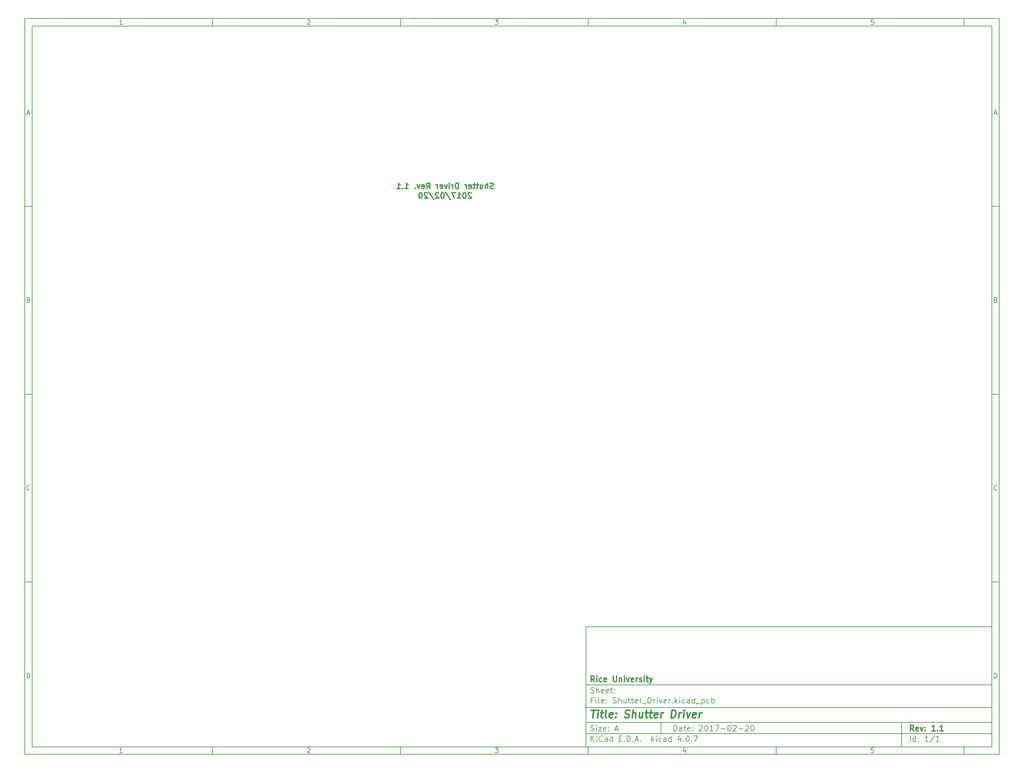
<source format=gbo>
%TF.GenerationSoftware,KiCad,Pcbnew,4.0.7*%
%TF.CreationDate,2018-02-11T16:58:38-06:00*%
%TF.ProjectId,Shutter_Driver,536875747465725F4472697665722E6B,1.1*%
%TF.FileFunction,Legend,Bot*%
%FSLAX46Y46*%
G04 Gerber Fmt 4.6, Leading zero omitted, Abs format (unit mm)*
G04 Created by KiCad (PCBNEW 4.0.7) date 02/11/18 16:58:38*
%MOMM*%
%LPD*%
G01*
G04 APERTURE LIST*
%ADD10C,0.100000*%
%ADD11C,0.150000*%
%ADD12C,0.300000*%
%ADD13C,0.400000*%
%ADD14O,2.200860X3.900120*%
%ADD15R,2.100000X2.100000*%
%ADD16O,2.100000X2.100000*%
%ADD17O,2.178000X3.448000*%
%ADD18C,3.900120*%
%ADD19O,2.000200X2.899360*%
%ADD20C,2.000000*%
%ADD21R,2.800000X2.800000*%
%ADD22C,2.800000*%
%ADD23R,2.000000X2.000000*%
%ADD24R,2.600000X2.600000*%
%ADD25O,2.600000X2.600000*%
%ADD26O,2.000000X2.000000*%
%ADD27O,2.800000X2.800000*%
%ADD28R,2.000000X2.800000*%
%ADD29O,2.000000X2.800000*%
%ADD30R,2.800000X2.000000*%
%ADD31O,2.800000X2.000000*%
G04 APERTURE END LIST*
D10*
D11*
X159400000Y-171900000D02*
X159400000Y-203900000D01*
X267400000Y-203900000D01*
X267400000Y-171900000D01*
X159400000Y-171900000D01*
D10*
D11*
X10000000Y-10000000D02*
X10000000Y-205900000D01*
X269400000Y-205900000D01*
X269400000Y-10000000D01*
X10000000Y-10000000D01*
D10*
D11*
X12000000Y-12000000D02*
X12000000Y-203900000D01*
X267400000Y-203900000D01*
X267400000Y-12000000D01*
X12000000Y-12000000D01*
D10*
D11*
X60000000Y-12000000D02*
X60000000Y-10000000D01*
D10*
D11*
X110000000Y-12000000D02*
X110000000Y-10000000D01*
D10*
D11*
X160000000Y-12000000D02*
X160000000Y-10000000D01*
D10*
D11*
X210000000Y-12000000D02*
X210000000Y-10000000D01*
D10*
D11*
X260000000Y-12000000D02*
X260000000Y-10000000D01*
D10*
D11*
X35990476Y-11588095D02*
X35247619Y-11588095D01*
X35619048Y-11588095D02*
X35619048Y-10288095D01*
X35495238Y-10473810D01*
X35371429Y-10597619D01*
X35247619Y-10659524D01*
D10*
D11*
X85247619Y-10411905D02*
X85309524Y-10350000D01*
X85433333Y-10288095D01*
X85742857Y-10288095D01*
X85866667Y-10350000D01*
X85928571Y-10411905D01*
X85990476Y-10535714D01*
X85990476Y-10659524D01*
X85928571Y-10845238D01*
X85185714Y-11588095D01*
X85990476Y-11588095D01*
D10*
D11*
X135185714Y-10288095D02*
X135990476Y-10288095D01*
X135557143Y-10783333D01*
X135742857Y-10783333D01*
X135866667Y-10845238D01*
X135928571Y-10907143D01*
X135990476Y-11030952D01*
X135990476Y-11340476D01*
X135928571Y-11464286D01*
X135866667Y-11526190D01*
X135742857Y-11588095D01*
X135371429Y-11588095D01*
X135247619Y-11526190D01*
X135185714Y-11464286D01*
D10*
D11*
X185866667Y-10721429D02*
X185866667Y-11588095D01*
X185557143Y-10226190D02*
X185247619Y-11154762D01*
X186052381Y-11154762D01*
D10*
D11*
X235928571Y-10288095D02*
X235309524Y-10288095D01*
X235247619Y-10907143D01*
X235309524Y-10845238D01*
X235433333Y-10783333D01*
X235742857Y-10783333D01*
X235866667Y-10845238D01*
X235928571Y-10907143D01*
X235990476Y-11030952D01*
X235990476Y-11340476D01*
X235928571Y-11464286D01*
X235866667Y-11526190D01*
X235742857Y-11588095D01*
X235433333Y-11588095D01*
X235309524Y-11526190D01*
X235247619Y-11464286D01*
D10*
D11*
X60000000Y-203900000D02*
X60000000Y-205900000D01*
D10*
D11*
X110000000Y-203900000D02*
X110000000Y-205900000D01*
D10*
D11*
X160000000Y-203900000D02*
X160000000Y-205900000D01*
D10*
D11*
X210000000Y-203900000D02*
X210000000Y-205900000D01*
D10*
D11*
X260000000Y-203900000D02*
X260000000Y-205900000D01*
D10*
D11*
X35990476Y-205488095D02*
X35247619Y-205488095D01*
X35619048Y-205488095D02*
X35619048Y-204188095D01*
X35495238Y-204373810D01*
X35371429Y-204497619D01*
X35247619Y-204559524D01*
D10*
D11*
X85247619Y-204311905D02*
X85309524Y-204250000D01*
X85433333Y-204188095D01*
X85742857Y-204188095D01*
X85866667Y-204250000D01*
X85928571Y-204311905D01*
X85990476Y-204435714D01*
X85990476Y-204559524D01*
X85928571Y-204745238D01*
X85185714Y-205488095D01*
X85990476Y-205488095D01*
D10*
D11*
X135185714Y-204188095D02*
X135990476Y-204188095D01*
X135557143Y-204683333D01*
X135742857Y-204683333D01*
X135866667Y-204745238D01*
X135928571Y-204807143D01*
X135990476Y-204930952D01*
X135990476Y-205240476D01*
X135928571Y-205364286D01*
X135866667Y-205426190D01*
X135742857Y-205488095D01*
X135371429Y-205488095D01*
X135247619Y-205426190D01*
X135185714Y-205364286D01*
D10*
D11*
X185866667Y-204621429D02*
X185866667Y-205488095D01*
X185557143Y-204126190D02*
X185247619Y-205054762D01*
X186052381Y-205054762D01*
D10*
D11*
X235928571Y-204188095D02*
X235309524Y-204188095D01*
X235247619Y-204807143D01*
X235309524Y-204745238D01*
X235433333Y-204683333D01*
X235742857Y-204683333D01*
X235866667Y-204745238D01*
X235928571Y-204807143D01*
X235990476Y-204930952D01*
X235990476Y-205240476D01*
X235928571Y-205364286D01*
X235866667Y-205426190D01*
X235742857Y-205488095D01*
X235433333Y-205488095D01*
X235309524Y-205426190D01*
X235247619Y-205364286D01*
D10*
D11*
X10000000Y-60000000D02*
X12000000Y-60000000D01*
D10*
D11*
X10000000Y-110000000D02*
X12000000Y-110000000D01*
D10*
D11*
X10000000Y-160000000D02*
X12000000Y-160000000D01*
D10*
D11*
X10690476Y-35216667D02*
X11309524Y-35216667D01*
X10566667Y-35588095D02*
X11000000Y-34288095D01*
X11433333Y-35588095D01*
D10*
D11*
X11092857Y-84907143D02*
X11278571Y-84969048D01*
X11340476Y-85030952D01*
X11402381Y-85154762D01*
X11402381Y-85340476D01*
X11340476Y-85464286D01*
X11278571Y-85526190D01*
X11154762Y-85588095D01*
X10659524Y-85588095D01*
X10659524Y-84288095D01*
X11092857Y-84288095D01*
X11216667Y-84350000D01*
X11278571Y-84411905D01*
X11340476Y-84535714D01*
X11340476Y-84659524D01*
X11278571Y-84783333D01*
X11216667Y-84845238D01*
X11092857Y-84907143D01*
X10659524Y-84907143D01*
D10*
D11*
X11402381Y-135464286D02*
X11340476Y-135526190D01*
X11154762Y-135588095D01*
X11030952Y-135588095D01*
X10845238Y-135526190D01*
X10721429Y-135402381D01*
X10659524Y-135278571D01*
X10597619Y-135030952D01*
X10597619Y-134845238D01*
X10659524Y-134597619D01*
X10721429Y-134473810D01*
X10845238Y-134350000D01*
X11030952Y-134288095D01*
X11154762Y-134288095D01*
X11340476Y-134350000D01*
X11402381Y-134411905D01*
D10*
D11*
X10659524Y-185588095D02*
X10659524Y-184288095D01*
X10969048Y-184288095D01*
X11154762Y-184350000D01*
X11278571Y-184473810D01*
X11340476Y-184597619D01*
X11402381Y-184845238D01*
X11402381Y-185030952D01*
X11340476Y-185278571D01*
X11278571Y-185402381D01*
X11154762Y-185526190D01*
X10969048Y-185588095D01*
X10659524Y-185588095D01*
D10*
D11*
X269400000Y-60000000D02*
X267400000Y-60000000D01*
D10*
D11*
X269400000Y-110000000D02*
X267400000Y-110000000D01*
D10*
D11*
X269400000Y-160000000D02*
X267400000Y-160000000D01*
D10*
D11*
X268090476Y-35216667D02*
X268709524Y-35216667D01*
X267966667Y-35588095D02*
X268400000Y-34288095D01*
X268833333Y-35588095D01*
D10*
D11*
X268492857Y-84907143D02*
X268678571Y-84969048D01*
X268740476Y-85030952D01*
X268802381Y-85154762D01*
X268802381Y-85340476D01*
X268740476Y-85464286D01*
X268678571Y-85526190D01*
X268554762Y-85588095D01*
X268059524Y-85588095D01*
X268059524Y-84288095D01*
X268492857Y-84288095D01*
X268616667Y-84350000D01*
X268678571Y-84411905D01*
X268740476Y-84535714D01*
X268740476Y-84659524D01*
X268678571Y-84783333D01*
X268616667Y-84845238D01*
X268492857Y-84907143D01*
X268059524Y-84907143D01*
D10*
D11*
X268802381Y-135464286D02*
X268740476Y-135526190D01*
X268554762Y-135588095D01*
X268430952Y-135588095D01*
X268245238Y-135526190D01*
X268121429Y-135402381D01*
X268059524Y-135278571D01*
X267997619Y-135030952D01*
X267997619Y-134845238D01*
X268059524Y-134597619D01*
X268121429Y-134473810D01*
X268245238Y-134350000D01*
X268430952Y-134288095D01*
X268554762Y-134288095D01*
X268740476Y-134350000D01*
X268802381Y-134411905D01*
D10*
D11*
X268059524Y-185588095D02*
X268059524Y-184288095D01*
X268369048Y-184288095D01*
X268554762Y-184350000D01*
X268678571Y-184473810D01*
X268740476Y-184597619D01*
X268802381Y-184845238D01*
X268802381Y-185030952D01*
X268740476Y-185278571D01*
X268678571Y-185402381D01*
X268554762Y-185526190D01*
X268369048Y-185588095D01*
X268059524Y-185588095D01*
D10*
D11*
X182757143Y-199678571D02*
X182757143Y-198178571D01*
X183114286Y-198178571D01*
X183328571Y-198250000D01*
X183471429Y-198392857D01*
X183542857Y-198535714D01*
X183614286Y-198821429D01*
X183614286Y-199035714D01*
X183542857Y-199321429D01*
X183471429Y-199464286D01*
X183328571Y-199607143D01*
X183114286Y-199678571D01*
X182757143Y-199678571D01*
X184900000Y-199678571D02*
X184900000Y-198892857D01*
X184828571Y-198750000D01*
X184685714Y-198678571D01*
X184400000Y-198678571D01*
X184257143Y-198750000D01*
X184900000Y-199607143D02*
X184757143Y-199678571D01*
X184400000Y-199678571D01*
X184257143Y-199607143D01*
X184185714Y-199464286D01*
X184185714Y-199321429D01*
X184257143Y-199178571D01*
X184400000Y-199107143D01*
X184757143Y-199107143D01*
X184900000Y-199035714D01*
X185400000Y-198678571D02*
X185971429Y-198678571D01*
X185614286Y-198178571D02*
X185614286Y-199464286D01*
X185685714Y-199607143D01*
X185828572Y-199678571D01*
X185971429Y-199678571D01*
X187042857Y-199607143D02*
X186900000Y-199678571D01*
X186614286Y-199678571D01*
X186471429Y-199607143D01*
X186400000Y-199464286D01*
X186400000Y-198892857D01*
X186471429Y-198750000D01*
X186614286Y-198678571D01*
X186900000Y-198678571D01*
X187042857Y-198750000D01*
X187114286Y-198892857D01*
X187114286Y-199035714D01*
X186400000Y-199178571D01*
X187757143Y-199535714D02*
X187828571Y-199607143D01*
X187757143Y-199678571D01*
X187685714Y-199607143D01*
X187757143Y-199535714D01*
X187757143Y-199678571D01*
X187757143Y-198750000D02*
X187828571Y-198821429D01*
X187757143Y-198892857D01*
X187685714Y-198821429D01*
X187757143Y-198750000D01*
X187757143Y-198892857D01*
X189542857Y-198321429D02*
X189614286Y-198250000D01*
X189757143Y-198178571D01*
X190114286Y-198178571D01*
X190257143Y-198250000D01*
X190328572Y-198321429D01*
X190400000Y-198464286D01*
X190400000Y-198607143D01*
X190328572Y-198821429D01*
X189471429Y-199678571D01*
X190400000Y-199678571D01*
X191328571Y-198178571D02*
X191471428Y-198178571D01*
X191614285Y-198250000D01*
X191685714Y-198321429D01*
X191757143Y-198464286D01*
X191828571Y-198750000D01*
X191828571Y-199107143D01*
X191757143Y-199392857D01*
X191685714Y-199535714D01*
X191614285Y-199607143D01*
X191471428Y-199678571D01*
X191328571Y-199678571D01*
X191185714Y-199607143D01*
X191114285Y-199535714D01*
X191042857Y-199392857D01*
X190971428Y-199107143D01*
X190971428Y-198750000D01*
X191042857Y-198464286D01*
X191114285Y-198321429D01*
X191185714Y-198250000D01*
X191328571Y-198178571D01*
X193257142Y-199678571D02*
X192399999Y-199678571D01*
X192828571Y-199678571D02*
X192828571Y-198178571D01*
X192685714Y-198392857D01*
X192542856Y-198535714D01*
X192399999Y-198607143D01*
X193757142Y-198178571D02*
X194757142Y-198178571D01*
X194114285Y-199678571D01*
X195328570Y-199107143D02*
X196471427Y-199107143D01*
X197471427Y-198178571D02*
X197614284Y-198178571D01*
X197757141Y-198250000D01*
X197828570Y-198321429D01*
X197899999Y-198464286D01*
X197971427Y-198750000D01*
X197971427Y-199107143D01*
X197899999Y-199392857D01*
X197828570Y-199535714D01*
X197757141Y-199607143D01*
X197614284Y-199678571D01*
X197471427Y-199678571D01*
X197328570Y-199607143D01*
X197257141Y-199535714D01*
X197185713Y-199392857D01*
X197114284Y-199107143D01*
X197114284Y-198750000D01*
X197185713Y-198464286D01*
X197257141Y-198321429D01*
X197328570Y-198250000D01*
X197471427Y-198178571D01*
X198542855Y-198321429D02*
X198614284Y-198250000D01*
X198757141Y-198178571D01*
X199114284Y-198178571D01*
X199257141Y-198250000D01*
X199328570Y-198321429D01*
X199399998Y-198464286D01*
X199399998Y-198607143D01*
X199328570Y-198821429D01*
X198471427Y-199678571D01*
X199399998Y-199678571D01*
X200042855Y-199107143D02*
X201185712Y-199107143D01*
X201828569Y-198321429D02*
X201899998Y-198250000D01*
X202042855Y-198178571D01*
X202399998Y-198178571D01*
X202542855Y-198250000D01*
X202614284Y-198321429D01*
X202685712Y-198464286D01*
X202685712Y-198607143D01*
X202614284Y-198821429D01*
X201757141Y-199678571D01*
X202685712Y-199678571D01*
X203614283Y-198178571D02*
X203757140Y-198178571D01*
X203899997Y-198250000D01*
X203971426Y-198321429D01*
X204042855Y-198464286D01*
X204114283Y-198750000D01*
X204114283Y-199107143D01*
X204042855Y-199392857D01*
X203971426Y-199535714D01*
X203899997Y-199607143D01*
X203757140Y-199678571D01*
X203614283Y-199678571D01*
X203471426Y-199607143D01*
X203399997Y-199535714D01*
X203328569Y-199392857D01*
X203257140Y-199107143D01*
X203257140Y-198750000D01*
X203328569Y-198464286D01*
X203399997Y-198321429D01*
X203471426Y-198250000D01*
X203614283Y-198178571D01*
D10*
D11*
X159400000Y-200400000D02*
X267400000Y-200400000D01*
D10*
D11*
X160757143Y-202478571D02*
X160757143Y-200978571D01*
X161614286Y-202478571D02*
X160971429Y-201621429D01*
X161614286Y-200978571D02*
X160757143Y-201835714D01*
X162257143Y-202478571D02*
X162257143Y-201478571D01*
X162257143Y-200978571D02*
X162185714Y-201050000D01*
X162257143Y-201121429D01*
X162328571Y-201050000D01*
X162257143Y-200978571D01*
X162257143Y-201121429D01*
X163828572Y-202335714D02*
X163757143Y-202407143D01*
X163542857Y-202478571D01*
X163400000Y-202478571D01*
X163185715Y-202407143D01*
X163042857Y-202264286D01*
X162971429Y-202121429D01*
X162900000Y-201835714D01*
X162900000Y-201621429D01*
X162971429Y-201335714D01*
X163042857Y-201192857D01*
X163185715Y-201050000D01*
X163400000Y-200978571D01*
X163542857Y-200978571D01*
X163757143Y-201050000D01*
X163828572Y-201121429D01*
X165114286Y-202478571D02*
X165114286Y-201692857D01*
X165042857Y-201550000D01*
X164900000Y-201478571D01*
X164614286Y-201478571D01*
X164471429Y-201550000D01*
X165114286Y-202407143D02*
X164971429Y-202478571D01*
X164614286Y-202478571D01*
X164471429Y-202407143D01*
X164400000Y-202264286D01*
X164400000Y-202121429D01*
X164471429Y-201978571D01*
X164614286Y-201907143D01*
X164971429Y-201907143D01*
X165114286Y-201835714D01*
X166471429Y-202478571D02*
X166471429Y-200978571D01*
X166471429Y-202407143D02*
X166328572Y-202478571D01*
X166042858Y-202478571D01*
X165900000Y-202407143D01*
X165828572Y-202335714D01*
X165757143Y-202192857D01*
X165757143Y-201764286D01*
X165828572Y-201621429D01*
X165900000Y-201550000D01*
X166042858Y-201478571D01*
X166328572Y-201478571D01*
X166471429Y-201550000D01*
X168328572Y-201692857D02*
X168828572Y-201692857D01*
X169042858Y-202478571D02*
X168328572Y-202478571D01*
X168328572Y-200978571D01*
X169042858Y-200978571D01*
X169685715Y-202335714D02*
X169757143Y-202407143D01*
X169685715Y-202478571D01*
X169614286Y-202407143D01*
X169685715Y-202335714D01*
X169685715Y-202478571D01*
X170400001Y-202478571D02*
X170400001Y-200978571D01*
X170757144Y-200978571D01*
X170971429Y-201050000D01*
X171114287Y-201192857D01*
X171185715Y-201335714D01*
X171257144Y-201621429D01*
X171257144Y-201835714D01*
X171185715Y-202121429D01*
X171114287Y-202264286D01*
X170971429Y-202407143D01*
X170757144Y-202478571D01*
X170400001Y-202478571D01*
X171900001Y-202335714D02*
X171971429Y-202407143D01*
X171900001Y-202478571D01*
X171828572Y-202407143D01*
X171900001Y-202335714D01*
X171900001Y-202478571D01*
X172542858Y-202050000D02*
X173257144Y-202050000D01*
X172400001Y-202478571D02*
X172900001Y-200978571D01*
X173400001Y-202478571D01*
X173900001Y-202335714D02*
X173971429Y-202407143D01*
X173900001Y-202478571D01*
X173828572Y-202407143D01*
X173900001Y-202335714D01*
X173900001Y-202478571D01*
X176900001Y-202478571D02*
X176900001Y-200978571D01*
X177042858Y-201907143D02*
X177471429Y-202478571D01*
X177471429Y-201478571D02*
X176900001Y-202050000D01*
X178114287Y-202478571D02*
X178114287Y-201478571D01*
X178114287Y-200978571D02*
X178042858Y-201050000D01*
X178114287Y-201121429D01*
X178185715Y-201050000D01*
X178114287Y-200978571D01*
X178114287Y-201121429D01*
X179471430Y-202407143D02*
X179328573Y-202478571D01*
X179042859Y-202478571D01*
X178900001Y-202407143D01*
X178828573Y-202335714D01*
X178757144Y-202192857D01*
X178757144Y-201764286D01*
X178828573Y-201621429D01*
X178900001Y-201550000D01*
X179042859Y-201478571D01*
X179328573Y-201478571D01*
X179471430Y-201550000D01*
X180757144Y-202478571D02*
X180757144Y-201692857D01*
X180685715Y-201550000D01*
X180542858Y-201478571D01*
X180257144Y-201478571D01*
X180114287Y-201550000D01*
X180757144Y-202407143D02*
X180614287Y-202478571D01*
X180257144Y-202478571D01*
X180114287Y-202407143D01*
X180042858Y-202264286D01*
X180042858Y-202121429D01*
X180114287Y-201978571D01*
X180257144Y-201907143D01*
X180614287Y-201907143D01*
X180757144Y-201835714D01*
X182114287Y-202478571D02*
X182114287Y-200978571D01*
X182114287Y-202407143D02*
X181971430Y-202478571D01*
X181685716Y-202478571D01*
X181542858Y-202407143D01*
X181471430Y-202335714D01*
X181400001Y-202192857D01*
X181400001Y-201764286D01*
X181471430Y-201621429D01*
X181542858Y-201550000D01*
X181685716Y-201478571D01*
X181971430Y-201478571D01*
X182114287Y-201550000D01*
X184614287Y-201478571D02*
X184614287Y-202478571D01*
X184257144Y-200907143D02*
X183900001Y-201978571D01*
X184828573Y-201978571D01*
X185400001Y-202335714D02*
X185471429Y-202407143D01*
X185400001Y-202478571D01*
X185328572Y-202407143D01*
X185400001Y-202335714D01*
X185400001Y-202478571D01*
X186400001Y-200978571D02*
X186542858Y-200978571D01*
X186685715Y-201050000D01*
X186757144Y-201121429D01*
X186828573Y-201264286D01*
X186900001Y-201550000D01*
X186900001Y-201907143D01*
X186828573Y-202192857D01*
X186757144Y-202335714D01*
X186685715Y-202407143D01*
X186542858Y-202478571D01*
X186400001Y-202478571D01*
X186257144Y-202407143D01*
X186185715Y-202335714D01*
X186114287Y-202192857D01*
X186042858Y-201907143D01*
X186042858Y-201550000D01*
X186114287Y-201264286D01*
X186185715Y-201121429D01*
X186257144Y-201050000D01*
X186400001Y-200978571D01*
X187542858Y-202335714D02*
X187614286Y-202407143D01*
X187542858Y-202478571D01*
X187471429Y-202407143D01*
X187542858Y-202335714D01*
X187542858Y-202478571D01*
X188114287Y-200978571D02*
X189114287Y-200978571D01*
X188471430Y-202478571D01*
D10*
D11*
X159400000Y-197400000D02*
X267400000Y-197400000D01*
D10*
D12*
X246614286Y-199678571D02*
X246114286Y-198964286D01*
X245757143Y-199678571D02*
X245757143Y-198178571D01*
X246328571Y-198178571D01*
X246471429Y-198250000D01*
X246542857Y-198321429D01*
X246614286Y-198464286D01*
X246614286Y-198678571D01*
X246542857Y-198821429D01*
X246471429Y-198892857D01*
X246328571Y-198964286D01*
X245757143Y-198964286D01*
X247828571Y-199607143D02*
X247685714Y-199678571D01*
X247400000Y-199678571D01*
X247257143Y-199607143D01*
X247185714Y-199464286D01*
X247185714Y-198892857D01*
X247257143Y-198750000D01*
X247400000Y-198678571D01*
X247685714Y-198678571D01*
X247828571Y-198750000D01*
X247900000Y-198892857D01*
X247900000Y-199035714D01*
X247185714Y-199178571D01*
X248400000Y-198678571D02*
X248757143Y-199678571D01*
X249114285Y-198678571D01*
X249685714Y-199535714D02*
X249757142Y-199607143D01*
X249685714Y-199678571D01*
X249614285Y-199607143D01*
X249685714Y-199535714D01*
X249685714Y-199678571D01*
X249685714Y-198750000D02*
X249757142Y-198821429D01*
X249685714Y-198892857D01*
X249614285Y-198821429D01*
X249685714Y-198750000D01*
X249685714Y-198892857D01*
X252328571Y-199678571D02*
X251471428Y-199678571D01*
X251900000Y-199678571D02*
X251900000Y-198178571D01*
X251757143Y-198392857D01*
X251614285Y-198535714D01*
X251471428Y-198607143D01*
X252971428Y-199535714D02*
X253042856Y-199607143D01*
X252971428Y-199678571D01*
X252899999Y-199607143D01*
X252971428Y-199535714D01*
X252971428Y-199678571D01*
X254471428Y-199678571D02*
X253614285Y-199678571D01*
X254042857Y-199678571D02*
X254042857Y-198178571D01*
X253900000Y-198392857D01*
X253757142Y-198535714D01*
X253614285Y-198607143D01*
D10*
D11*
X160685714Y-199607143D02*
X160900000Y-199678571D01*
X161257143Y-199678571D01*
X161400000Y-199607143D01*
X161471429Y-199535714D01*
X161542857Y-199392857D01*
X161542857Y-199250000D01*
X161471429Y-199107143D01*
X161400000Y-199035714D01*
X161257143Y-198964286D01*
X160971429Y-198892857D01*
X160828571Y-198821429D01*
X160757143Y-198750000D01*
X160685714Y-198607143D01*
X160685714Y-198464286D01*
X160757143Y-198321429D01*
X160828571Y-198250000D01*
X160971429Y-198178571D01*
X161328571Y-198178571D01*
X161542857Y-198250000D01*
X162185714Y-199678571D02*
X162185714Y-198678571D01*
X162185714Y-198178571D02*
X162114285Y-198250000D01*
X162185714Y-198321429D01*
X162257142Y-198250000D01*
X162185714Y-198178571D01*
X162185714Y-198321429D01*
X162757143Y-198678571D02*
X163542857Y-198678571D01*
X162757143Y-199678571D01*
X163542857Y-199678571D01*
X164685714Y-199607143D02*
X164542857Y-199678571D01*
X164257143Y-199678571D01*
X164114286Y-199607143D01*
X164042857Y-199464286D01*
X164042857Y-198892857D01*
X164114286Y-198750000D01*
X164257143Y-198678571D01*
X164542857Y-198678571D01*
X164685714Y-198750000D01*
X164757143Y-198892857D01*
X164757143Y-199035714D01*
X164042857Y-199178571D01*
X165400000Y-199535714D02*
X165471428Y-199607143D01*
X165400000Y-199678571D01*
X165328571Y-199607143D01*
X165400000Y-199535714D01*
X165400000Y-199678571D01*
X165400000Y-198750000D02*
X165471428Y-198821429D01*
X165400000Y-198892857D01*
X165328571Y-198821429D01*
X165400000Y-198750000D01*
X165400000Y-198892857D01*
X167185714Y-199250000D02*
X167900000Y-199250000D01*
X167042857Y-199678571D02*
X167542857Y-198178571D01*
X168042857Y-199678571D01*
D10*
D11*
X245757143Y-202478571D02*
X245757143Y-200978571D01*
X247114286Y-202478571D02*
X247114286Y-200978571D01*
X247114286Y-202407143D02*
X246971429Y-202478571D01*
X246685715Y-202478571D01*
X246542857Y-202407143D01*
X246471429Y-202335714D01*
X246400000Y-202192857D01*
X246400000Y-201764286D01*
X246471429Y-201621429D01*
X246542857Y-201550000D01*
X246685715Y-201478571D01*
X246971429Y-201478571D01*
X247114286Y-201550000D01*
X247828572Y-202335714D02*
X247900000Y-202407143D01*
X247828572Y-202478571D01*
X247757143Y-202407143D01*
X247828572Y-202335714D01*
X247828572Y-202478571D01*
X247828572Y-201550000D02*
X247900000Y-201621429D01*
X247828572Y-201692857D01*
X247757143Y-201621429D01*
X247828572Y-201550000D01*
X247828572Y-201692857D01*
X250471429Y-202478571D02*
X249614286Y-202478571D01*
X250042858Y-202478571D02*
X250042858Y-200978571D01*
X249900001Y-201192857D01*
X249757143Y-201335714D01*
X249614286Y-201407143D01*
X252185714Y-200907143D02*
X250900000Y-202835714D01*
X253471429Y-202478571D02*
X252614286Y-202478571D01*
X253042858Y-202478571D02*
X253042858Y-200978571D01*
X252900001Y-201192857D01*
X252757143Y-201335714D01*
X252614286Y-201407143D01*
D10*
D11*
X159400000Y-193400000D02*
X267400000Y-193400000D01*
D10*
D13*
X160852381Y-194104762D02*
X161995238Y-194104762D01*
X161173810Y-196104762D02*
X161423810Y-194104762D01*
X162411905Y-196104762D02*
X162578571Y-194771429D01*
X162661905Y-194104762D02*
X162554762Y-194200000D01*
X162638095Y-194295238D01*
X162745239Y-194200000D01*
X162661905Y-194104762D01*
X162638095Y-194295238D01*
X163245238Y-194771429D02*
X164007143Y-194771429D01*
X163614286Y-194104762D02*
X163400000Y-195819048D01*
X163471430Y-196009524D01*
X163650001Y-196104762D01*
X163840477Y-196104762D01*
X164792858Y-196104762D02*
X164614287Y-196009524D01*
X164542857Y-195819048D01*
X164757143Y-194104762D01*
X166328572Y-196009524D02*
X166126191Y-196104762D01*
X165745239Y-196104762D01*
X165566667Y-196009524D01*
X165495238Y-195819048D01*
X165590476Y-195057143D01*
X165709524Y-194866667D01*
X165911905Y-194771429D01*
X166292857Y-194771429D01*
X166471429Y-194866667D01*
X166542857Y-195057143D01*
X166519048Y-195247619D01*
X165542857Y-195438095D01*
X167292857Y-195914286D02*
X167376192Y-196009524D01*
X167269048Y-196104762D01*
X167185715Y-196009524D01*
X167292857Y-195914286D01*
X167269048Y-196104762D01*
X167423810Y-194866667D02*
X167507144Y-194961905D01*
X167400000Y-195057143D01*
X167316667Y-194961905D01*
X167423810Y-194866667D01*
X167400000Y-195057143D01*
X169661906Y-196009524D02*
X169935716Y-196104762D01*
X170411906Y-196104762D01*
X170614287Y-196009524D01*
X170721429Y-195914286D01*
X170840478Y-195723810D01*
X170864287Y-195533333D01*
X170792858Y-195342857D01*
X170709525Y-195247619D01*
X170530953Y-195152381D01*
X170161906Y-195057143D01*
X169983335Y-194961905D01*
X169900001Y-194866667D01*
X169828572Y-194676190D01*
X169852382Y-194485714D01*
X169971429Y-194295238D01*
X170078573Y-194200000D01*
X170280954Y-194104762D01*
X170757144Y-194104762D01*
X171030954Y-194200000D01*
X171650001Y-196104762D02*
X171900001Y-194104762D01*
X172507144Y-196104762D02*
X172638096Y-195057143D01*
X172566668Y-194866667D01*
X172388096Y-194771429D01*
X172102382Y-194771429D01*
X171900002Y-194866667D01*
X171792858Y-194961905D01*
X174483334Y-194771429D02*
X174316668Y-196104762D01*
X173626191Y-194771429D02*
X173495239Y-195819048D01*
X173566669Y-196009524D01*
X173745240Y-196104762D01*
X174030954Y-196104762D01*
X174233335Y-196009524D01*
X174340477Y-195914286D01*
X175150001Y-194771429D02*
X175911906Y-194771429D01*
X175519049Y-194104762D02*
X175304763Y-195819048D01*
X175376193Y-196009524D01*
X175554764Y-196104762D01*
X175745240Y-196104762D01*
X176292858Y-194771429D02*
X177054763Y-194771429D01*
X176661906Y-194104762D02*
X176447620Y-195819048D01*
X176519050Y-196009524D01*
X176697621Y-196104762D01*
X176888097Y-196104762D01*
X178328573Y-196009524D02*
X178126192Y-196104762D01*
X177745240Y-196104762D01*
X177566668Y-196009524D01*
X177495239Y-195819048D01*
X177590477Y-195057143D01*
X177709525Y-194866667D01*
X177911906Y-194771429D01*
X178292858Y-194771429D01*
X178471430Y-194866667D01*
X178542858Y-195057143D01*
X178519049Y-195247619D01*
X177542858Y-195438095D01*
X179269049Y-196104762D02*
X179435715Y-194771429D01*
X179388096Y-195152381D02*
X179507145Y-194961905D01*
X179614288Y-194866667D01*
X179816668Y-194771429D01*
X180007144Y-194771429D01*
X182030954Y-196104762D02*
X182280954Y-194104762D01*
X182757145Y-194104762D01*
X183030954Y-194200000D01*
X183197621Y-194390476D01*
X183269050Y-194580952D01*
X183316669Y-194961905D01*
X183280955Y-195247619D01*
X183138098Y-195628571D01*
X183019049Y-195819048D01*
X182804764Y-196009524D01*
X182507145Y-196104762D01*
X182030954Y-196104762D01*
X184030954Y-196104762D02*
X184197620Y-194771429D01*
X184150001Y-195152381D02*
X184269050Y-194961905D01*
X184376193Y-194866667D01*
X184578573Y-194771429D01*
X184769049Y-194771429D01*
X185269049Y-196104762D02*
X185435715Y-194771429D01*
X185519049Y-194104762D02*
X185411906Y-194200000D01*
X185495239Y-194295238D01*
X185602383Y-194200000D01*
X185519049Y-194104762D01*
X185495239Y-194295238D01*
X186197620Y-194771429D02*
X186507145Y-196104762D01*
X187150001Y-194771429D01*
X188519050Y-196009524D02*
X188316669Y-196104762D01*
X187935717Y-196104762D01*
X187757145Y-196009524D01*
X187685716Y-195819048D01*
X187780954Y-195057143D01*
X187900002Y-194866667D01*
X188102383Y-194771429D01*
X188483335Y-194771429D01*
X188661907Y-194866667D01*
X188733335Y-195057143D01*
X188709526Y-195247619D01*
X187733335Y-195438095D01*
X189459526Y-196104762D02*
X189626192Y-194771429D01*
X189578573Y-195152381D02*
X189697622Y-194961905D01*
X189804765Y-194866667D01*
X190007145Y-194771429D01*
X190197621Y-194771429D01*
D10*
D11*
X161257143Y-191492857D02*
X160757143Y-191492857D01*
X160757143Y-192278571D02*
X160757143Y-190778571D01*
X161471429Y-190778571D01*
X162042857Y-192278571D02*
X162042857Y-191278571D01*
X162042857Y-190778571D02*
X161971428Y-190850000D01*
X162042857Y-190921429D01*
X162114285Y-190850000D01*
X162042857Y-190778571D01*
X162042857Y-190921429D01*
X162971429Y-192278571D02*
X162828571Y-192207143D01*
X162757143Y-192064286D01*
X162757143Y-190778571D01*
X164114285Y-192207143D02*
X163971428Y-192278571D01*
X163685714Y-192278571D01*
X163542857Y-192207143D01*
X163471428Y-192064286D01*
X163471428Y-191492857D01*
X163542857Y-191350000D01*
X163685714Y-191278571D01*
X163971428Y-191278571D01*
X164114285Y-191350000D01*
X164185714Y-191492857D01*
X164185714Y-191635714D01*
X163471428Y-191778571D01*
X164828571Y-192135714D02*
X164899999Y-192207143D01*
X164828571Y-192278571D01*
X164757142Y-192207143D01*
X164828571Y-192135714D01*
X164828571Y-192278571D01*
X164828571Y-191350000D02*
X164899999Y-191421429D01*
X164828571Y-191492857D01*
X164757142Y-191421429D01*
X164828571Y-191350000D01*
X164828571Y-191492857D01*
X166614285Y-192207143D02*
X166828571Y-192278571D01*
X167185714Y-192278571D01*
X167328571Y-192207143D01*
X167400000Y-192135714D01*
X167471428Y-191992857D01*
X167471428Y-191850000D01*
X167400000Y-191707143D01*
X167328571Y-191635714D01*
X167185714Y-191564286D01*
X166900000Y-191492857D01*
X166757142Y-191421429D01*
X166685714Y-191350000D01*
X166614285Y-191207143D01*
X166614285Y-191064286D01*
X166685714Y-190921429D01*
X166757142Y-190850000D01*
X166900000Y-190778571D01*
X167257142Y-190778571D01*
X167471428Y-190850000D01*
X168114285Y-192278571D02*
X168114285Y-190778571D01*
X168757142Y-192278571D02*
X168757142Y-191492857D01*
X168685713Y-191350000D01*
X168542856Y-191278571D01*
X168328571Y-191278571D01*
X168185713Y-191350000D01*
X168114285Y-191421429D01*
X170114285Y-191278571D02*
X170114285Y-192278571D01*
X169471428Y-191278571D02*
X169471428Y-192064286D01*
X169542856Y-192207143D01*
X169685714Y-192278571D01*
X169899999Y-192278571D01*
X170042856Y-192207143D01*
X170114285Y-192135714D01*
X170614285Y-191278571D02*
X171185714Y-191278571D01*
X170828571Y-190778571D02*
X170828571Y-192064286D01*
X170899999Y-192207143D01*
X171042857Y-192278571D01*
X171185714Y-192278571D01*
X171471428Y-191278571D02*
X172042857Y-191278571D01*
X171685714Y-190778571D02*
X171685714Y-192064286D01*
X171757142Y-192207143D01*
X171900000Y-192278571D01*
X172042857Y-192278571D01*
X173114285Y-192207143D02*
X172971428Y-192278571D01*
X172685714Y-192278571D01*
X172542857Y-192207143D01*
X172471428Y-192064286D01*
X172471428Y-191492857D01*
X172542857Y-191350000D01*
X172685714Y-191278571D01*
X172971428Y-191278571D01*
X173114285Y-191350000D01*
X173185714Y-191492857D01*
X173185714Y-191635714D01*
X172471428Y-191778571D01*
X173828571Y-192278571D02*
X173828571Y-191278571D01*
X173828571Y-191564286D02*
X173899999Y-191421429D01*
X173971428Y-191350000D01*
X174114285Y-191278571D01*
X174257142Y-191278571D01*
X174399999Y-192421429D02*
X175542856Y-192421429D01*
X175899999Y-192278571D02*
X175899999Y-190778571D01*
X176257142Y-190778571D01*
X176471427Y-190850000D01*
X176614285Y-190992857D01*
X176685713Y-191135714D01*
X176757142Y-191421429D01*
X176757142Y-191635714D01*
X176685713Y-191921429D01*
X176614285Y-192064286D01*
X176471427Y-192207143D01*
X176257142Y-192278571D01*
X175899999Y-192278571D01*
X177399999Y-192278571D02*
X177399999Y-191278571D01*
X177399999Y-191564286D02*
X177471427Y-191421429D01*
X177542856Y-191350000D01*
X177685713Y-191278571D01*
X177828570Y-191278571D01*
X178328570Y-192278571D02*
X178328570Y-191278571D01*
X178328570Y-190778571D02*
X178257141Y-190850000D01*
X178328570Y-190921429D01*
X178399998Y-190850000D01*
X178328570Y-190778571D01*
X178328570Y-190921429D01*
X178899999Y-191278571D02*
X179257142Y-192278571D01*
X179614284Y-191278571D01*
X180757141Y-192207143D02*
X180614284Y-192278571D01*
X180328570Y-192278571D01*
X180185713Y-192207143D01*
X180114284Y-192064286D01*
X180114284Y-191492857D01*
X180185713Y-191350000D01*
X180328570Y-191278571D01*
X180614284Y-191278571D01*
X180757141Y-191350000D01*
X180828570Y-191492857D01*
X180828570Y-191635714D01*
X180114284Y-191778571D01*
X181471427Y-192278571D02*
X181471427Y-191278571D01*
X181471427Y-191564286D02*
X181542855Y-191421429D01*
X181614284Y-191350000D01*
X181757141Y-191278571D01*
X181899998Y-191278571D01*
X182399998Y-192135714D02*
X182471426Y-192207143D01*
X182399998Y-192278571D01*
X182328569Y-192207143D01*
X182399998Y-192135714D01*
X182399998Y-192278571D01*
X183114284Y-192278571D02*
X183114284Y-190778571D01*
X183257141Y-191707143D02*
X183685712Y-192278571D01*
X183685712Y-191278571D02*
X183114284Y-191850000D01*
X184328570Y-192278571D02*
X184328570Y-191278571D01*
X184328570Y-190778571D02*
X184257141Y-190850000D01*
X184328570Y-190921429D01*
X184399998Y-190850000D01*
X184328570Y-190778571D01*
X184328570Y-190921429D01*
X185685713Y-192207143D02*
X185542856Y-192278571D01*
X185257142Y-192278571D01*
X185114284Y-192207143D01*
X185042856Y-192135714D01*
X184971427Y-191992857D01*
X184971427Y-191564286D01*
X185042856Y-191421429D01*
X185114284Y-191350000D01*
X185257142Y-191278571D01*
X185542856Y-191278571D01*
X185685713Y-191350000D01*
X186971427Y-192278571D02*
X186971427Y-191492857D01*
X186899998Y-191350000D01*
X186757141Y-191278571D01*
X186471427Y-191278571D01*
X186328570Y-191350000D01*
X186971427Y-192207143D02*
X186828570Y-192278571D01*
X186471427Y-192278571D01*
X186328570Y-192207143D01*
X186257141Y-192064286D01*
X186257141Y-191921429D01*
X186328570Y-191778571D01*
X186471427Y-191707143D01*
X186828570Y-191707143D01*
X186971427Y-191635714D01*
X188328570Y-192278571D02*
X188328570Y-190778571D01*
X188328570Y-192207143D02*
X188185713Y-192278571D01*
X187899999Y-192278571D01*
X187757141Y-192207143D01*
X187685713Y-192135714D01*
X187614284Y-191992857D01*
X187614284Y-191564286D01*
X187685713Y-191421429D01*
X187757141Y-191350000D01*
X187899999Y-191278571D01*
X188185713Y-191278571D01*
X188328570Y-191350000D01*
X188685713Y-192421429D02*
X189828570Y-192421429D01*
X190185713Y-191278571D02*
X190185713Y-192778571D01*
X190185713Y-191350000D02*
X190328570Y-191278571D01*
X190614284Y-191278571D01*
X190757141Y-191350000D01*
X190828570Y-191421429D01*
X190899999Y-191564286D01*
X190899999Y-191992857D01*
X190828570Y-192135714D01*
X190757141Y-192207143D01*
X190614284Y-192278571D01*
X190328570Y-192278571D01*
X190185713Y-192207143D01*
X192185713Y-192207143D02*
X192042856Y-192278571D01*
X191757142Y-192278571D01*
X191614284Y-192207143D01*
X191542856Y-192135714D01*
X191471427Y-191992857D01*
X191471427Y-191564286D01*
X191542856Y-191421429D01*
X191614284Y-191350000D01*
X191757142Y-191278571D01*
X192042856Y-191278571D01*
X192185713Y-191350000D01*
X192828570Y-192278571D02*
X192828570Y-190778571D01*
X192828570Y-191350000D02*
X192971427Y-191278571D01*
X193257141Y-191278571D01*
X193399998Y-191350000D01*
X193471427Y-191421429D01*
X193542856Y-191564286D01*
X193542856Y-191992857D01*
X193471427Y-192135714D01*
X193399998Y-192207143D01*
X193257141Y-192278571D01*
X192971427Y-192278571D01*
X192828570Y-192207143D01*
D10*
D11*
X159400000Y-187400000D02*
X267400000Y-187400000D01*
D10*
D11*
X160685714Y-189507143D02*
X160900000Y-189578571D01*
X161257143Y-189578571D01*
X161400000Y-189507143D01*
X161471429Y-189435714D01*
X161542857Y-189292857D01*
X161542857Y-189150000D01*
X161471429Y-189007143D01*
X161400000Y-188935714D01*
X161257143Y-188864286D01*
X160971429Y-188792857D01*
X160828571Y-188721429D01*
X160757143Y-188650000D01*
X160685714Y-188507143D01*
X160685714Y-188364286D01*
X160757143Y-188221429D01*
X160828571Y-188150000D01*
X160971429Y-188078571D01*
X161328571Y-188078571D01*
X161542857Y-188150000D01*
X162185714Y-189578571D02*
X162185714Y-188078571D01*
X162828571Y-189578571D02*
X162828571Y-188792857D01*
X162757142Y-188650000D01*
X162614285Y-188578571D01*
X162400000Y-188578571D01*
X162257142Y-188650000D01*
X162185714Y-188721429D01*
X164114285Y-189507143D02*
X163971428Y-189578571D01*
X163685714Y-189578571D01*
X163542857Y-189507143D01*
X163471428Y-189364286D01*
X163471428Y-188792857D01*
X163542857Y-188650000D01*
X163685714Y-188578571D01*
X163971428Y-188578571D01*
X164114285Y-188650000D01*
X164185714Y-188792857D01*
X164185714Y-188935714D01*
X163471428Y-189078571D01*
X165399999Y-189507143D02*
X165257142Y-189578571D01*
X164971428Y-189578571D01*
X164828571Y-189507143D01*
X164757142Y-189364286D01*
X164757142Y-188792857D01*
X164828571Y-188650000D01*
X164971428Y-188578571D01*
X165257142Y-188578571D01*
X165399999Y-188650000D01*
X165471428Y-188792857D01*
X165471428Y-188935714D01*
X164757142Y-189078571D01*
X165899999Y-188578571D02*
X166471428Y-188578571D01*
X166114285Y-188078571D02*
X166114285Y-189364286D01*
X166185713Y-189507143D01*
X166328571Y-189578571D01*
X166471428Y-189578571D01*
X166971428Y-189435714D02*
X167042856Y-189507143D01*
X166971428Y-189578571D01*
X166899999Y-189507143D01*
X166971428Y-189435714D01*
X166971428Y-189578571D01*
X166971428Y-188650000D02*
X167042856Y-188721429D01*
X166971428Y-188792857D01*
X166899999Y-188721429D01*
X166971428Y-188650000D01*
X166971428Y-188792857D01*
D10*
D12*
X161614286Y-186578571D02*
X161114286Y-185864286D01*
X160757143Y-186578571D02*
X160757143Y-185078571D01*
X161328571Y-185078571D01*
X161471429Y-185150000D01*
X161542857Y-185221429D01*
X161614286Y-185364286D01*
X161614286Y-185578571D01*
X161542857Y-185721429D01*
X161471429Y-185792857D01*
X161328571Y-185864286D01*
X160757143Y-185864286D01*
X162257143Y-186578571D02*
X162257143Y-185578571D01*
X162257143Y-185078571D02*
X162185714Y-185150000D01*
X162257143Y-185221429D01*
X162328571Y-185150000D01*
X162257143Y-185078571D01*
X162257143Y-185221429D01*
X163614286Y-186507143D02*
X163471429Y-186578571D01*
X163185715Y-186578571D01*
X163042857Y-186507143D01*
X162971429Y-186435714D01*
X162900000Y-186292857D01*
X162900000Y-185864286D01*
X162971429Y-185721429D01*
X163042857Y-185650000D01*
X163185715Y-185578571D01*
X163471429Y-185578571D01*
X163614286Y-185650000D01*
X164828571Y-186507143D02*
X164685714Y-186578571D01*
X164400000Y-186578571D01*
X164257143Y-186507143D01*
X164185714Y-186364286D01*
X164185714Y-185792857D01*
X164257143Y-185650000D01*
X164400000Y-185578571D01*
X164685714Y-185578571D01*
X164828571Y-185650000D01*
X164900000Y-185792857D01*
X164900000Y-185935714D01*
X164185714Y-186078571D01*
X166685714Y-185078571D02*
X166685714Y-186292857D01*
X166757142Y-186435714D01*
X166828571Y-186507143D01*
X166971428Y-186578571D01*
X167257142Y-186578571D01*
X167400000Y-186507143D01*
X167471428Y-186435714D01*
X167542857Y-186292857D01*
X167542857Y-185078571D01*
X168257143Y-185578571D02*
X168257143Y-186578571D01*
X168257143Y-185721429D02*
X168328571Y-185650000D01*
X168471429Y-185578571D01*
X168685714Y-185578571D01*
X168828571Y-185650000D01*
X168900000Y-185792857D01*
X168900000Y-186578571D01*
X169614286Y-186578571D02*
X169614286Y-185578571D01*
X169614286Y-185078571D02*
X169542857Y-185150000D01*
X169614286Y-185221429D01*
X169685714Y-185150000D01*
X169614286Y-185078571D01*
X169614286Y-185221429D01*
X170185715Y-185578571D02*
X170542858Y-186578571D01*
X170900000Y-185578571D01*
X172042857Y-186507143D02*
X171900000Y-186578571D01*
X171614286Y-186578571D01*
X171471429Y-186507143D01*
X171400000Y-186364286D01*
X171400000Y-185792857D01*
X171471429Y-185650000D01*
X171614286Y-185578571D01*
X171900000Y-185578571D01*
X172042857Y-185650000D01*
X172114286Y-185792857D01*
X172114286Y-185935714D01*
X171400000Y-186078571D01*
X172757143Y-186578571D02*
X172757143Y-185578571D01*
X172757143Y-185864286D02*
X172828571Y-185721429D01*
X172900000Y-185650000D01*
X173042857Y-185578571D01*
X173185714Y-185578571D01*
X173614285Y-186507143D02*
X173757142Y-186578571D01*
X174042857Y-186578571D01*
X174185714Y-186507143D01*
X174257142Y-186364286D01*
X174257142Y-186292857D01*
X174185714Y-186150000D01*
X174042857Y-186078571D01*
X173828571Y-186078571D01*
X173685714Y-186007143D01*
X173614285Y-185864286D01*
X173614285Y-185792857D01*
X173685714Y-185650000D01*
X173828571Y-185578571D01*
X174042857Y-185578571D01*
X174185714Y-185650000D01*
X174900000Y-186578571D02*
X174900000Y-185578571D01*
X174900000Y-185078571D02*
X174828571Y-185150000D01*
X174900000Y-185221429D01*
X174971428Y-185150000D01*
X174900000Y-185078571D01*
X174900000Y-185221429D01*
X175400000Y-185578571D02*
X175971429Y-185578571D01*
X175614286Y-185078571D02*
X175614286Y-186364286D01*
X175685714Y-186507143D01*
X175828572Y-186578571D01*
X175971429Y-186578571D01*
X176328572Y-185578571D02*
X176685715Y-186578571D01*
X177042857Y-185578571D02*
X176685715Y-186578571D01*
X176542857Y-186935714D01*
X176471429Y-187007143D01*
X176328572Y-187078571D01*
D10*
D11*
X179400000Y-197400000D02*
X179400000Y-200400000D01*
D10*
D11*
X243400000Y-197400000D02*
X243400000Y-203900000D01*
D12*
X134741427Y-55212143D02*
X134527141Y-55283571D01*
X134169998Y-55283571D01*
X134027141Y-55212143D01*
X133955712Y-55140714D01*
X133884284Y-54997857D01*
X133884284Y-54855000D01*
X133955712Y-54712143D01*
X134027141Y-54640714D01*
X134169998Y-54569286D01*
X134455712Y-54497857D01*
X134598570Y-54426429D01*
X134669998Y-54355000D01*
X134741427Y-54212143D01*
X134741427Y-54069286D01*
X134669998Y-53926429D01*
X134598570Y-53855000D01*
X134455712Y-53783571D01*
X134098570Y-53783571D01*
X133884284Y-53855000D01*
X133241427Y-55283571D02*
X133241427Y-53783571D01*
X132598570Y-55283571D02*
X132598570Y-54497857D01*
X132669999Y-54355000D01*
X132812856Y-54283571D01*
X133027141Y-54283571D01*
X133169999Y-54355000D01*
X133241427Y-54426429D01*
X131241427Y-54283571D02*
X131241427Y-55283571D01*
X131884284Y-54283571D02*
X131884284Y-55069286D01*
X131812856Y-55212143D01*
X131669998Y-55283571D01*
X131455713Y-55283571D01*
X131312856Y-55212143D01*
X131241427Y-55140714D01*
X130741427Y-54283571D02*
X130169998Y-54283571D01*
X130527141Y-53783571D02*
X130527141Y-55069286D01*
X130455713Y-55212143D01*
X130312855Y-55283571D01*
X130169998Y-55283571D01*
X129884284Y-54283571D02*
X129312855Y-54283571D01*
X129669998Y-53783571D02*
X129669998Y-55069286D01*
X129598570Y-55212143D01*
X129455712Y-55283571D01*
X129312855Y-55283571D01*
X128241427Y-55212143D02*
X128384284Y-55283571D01*
X128669998Y-55283571D01*
X128812855Y-55212143D01*
X128884284Y-55069286D01*
X128884284Y-54497857D01*
X128812855Y-54355000D01*
X128669998Y-54283571D01*
X128384284Y-54283571D01*
X128241427Y-54355000D01*
X128169998Y-54497857D01*
X128169998Y-54640714D01*
X128884284Y-54783571D01*
X127527141Y-55283571D02*
X127527141Y-54283571D01*
X127527141Y-54569286D02*
X127455713Y-54426429D01*
X127384284Y-54355000D01*
X127241427Y-54283571D01*
X127098570Y-54283571D01*
X125455713Y-55283571D02*
X125455713Y-53783571D01*
X125098570Y-53783571D01*
X124884285Y-53855000D01*
X124741427Y-53997857D01*
X124669999Y-54140714D01*
X124598570Y-54426429D01*
X124598570Y-54640714D01*
X124669999Y-54926429D01*
X124741427Y-55069286D01*
X124884285Y-55212143D01*
X125098570Y-55283571D01*
X125455713Y-55283571D01*
X123955713Y-55283571D02*
X123955713Y-54283571D01*
X123955713Y-54569286D02*
X123884285Y-54426429D01*
X123812856Y-54355000D01*
X123669999Y-54283571D01*
X123527142Y-54283571D01*
X123027142Y-55283571D02*
X123027142Y-54283571D01*
X123027142Y-53783571D02*
X123098571Y-53855000D01*
X123027142Y-53926429D01*
X122955714Y-53855000D01*
X123027142Y-53783571D01*
X123027142Y-53926429D01*
X122455713Y-54283571D02*
X122098570Y-55283571D01*
X121741428Y-54283571D01*
X120598571Y-55212143D02*
X120741428Y-55283571D01*
X121027142Y-55283571D01*
X121169999Y-55212143D01*
X121241428Y-55069286D01*
X121241428Y-54497857D01*
X121169999Y-54355000D01*
X121027142Y-54283571D01*
X120741428Y-54283571D01*
X120598571Y-54355000D01*
X120527142Y-54497857D01*
X120527142Y-54640714D01*
X121241428Y-54783571D01*
X119884285Y-55283571D02*
X119884285Y-54283571D01*
X119884285Y-54569286D02*
X119812857Y-54426429D01*
X119741428Y-54355000D01*
X119598571Y-54283571D01*
X119455714Y-54283571D01*
X116955714Y-55283571D02*
X117455714Y-54569286D01*
X117812857Y-55283571D02*
X117812857Y-53783571D01*
X117241429Y-53783571D01*
X117098571Y-53855000D01*
X117027143Y-53926429D01*
X116955714Y-54069286D01*
X116955714Y-54283571D01*
X117027143Y-54426429D01*
X117098571Y-54497857D01*
X117241429Y-54569286D01*
X117812857Y-54569286D01*
X115741429Y-55212143D02*
X115884286Y-55283571D01*
X116170000Y-55283571D01*
X116312857Y-55212143D01*
X116384286Y-55069286D01*
X116384286Y-54497857D01*
X116312857Y-54355000D01*
X116170000Y-54283571D01*
X115884286Y-54283571D01*
X115741429Y-54355000D01*
X115670000Y-54497857D01*
X115670000Y-54640714D01*
X116384286Y-54783571D01*
X115170000Y-54283571D02*
X114812857Y-55283571D01*
X114455715Y-54283571D01*
X113884286Y-55140714D02*
X113812858Y-55212143D01*
X113884286Y-55283571D01*
X113955715Y-55212143D01*
X113884286Y-55140714D01*
X113884286Y-55283571D01*
X111241429Y-55283571D02*
X112098572Y-55283571D01*
X111670000Y-55283571D02*
X111670000Y-53783571D01*
X111812857Y-53997857D01*
X111955715Y-54140714D01*
X112098572Y-54212143D01*
X110598572Y-55140714D02*
X110527144Y-55212143D01*
X110598572Y-55283571D01*
X110670001Y-55212143D01*
X110598572Y-55140714D01*
X110598572Y-55283571D01*
X109098572Y-55283571D02*
X109955715Y-55283571D01*
X109527143Y-55283571D02*
X109527143Y-53783571D01*
X109670000Y-53997857D01*
X109812858Y-54140714D01*
X109955715Y-54212143D01*
X128919999Y-56476429D02*
X128848570Y-56405000D01*
X128705713Y-56333571D01*
X128348570Y-56333571D01*
X128205713Y-56405000D01*
X128134284Y-56476429D01*
X128062856Y-56619286D01*
X128062856Y-56762143D01*
X128134284Y-56976429D01*
X128991427Y-57833571D01*
X128062856Y-57833571D01*
X127134285Y-56333571D02*
X126991428Y-56333571D01*
X126848571Y-56405000D01*
X126777142Y-56476429D01*
X126705713Y-56619286D01*
X126634285Y-56905000D01*
X126634285Y-57262143D01*
X126705713Y-57547857D01*
X126777142Y-57690714D01*
X126848571Y-57762143D01*
X126991428Y-57833571D01*
X127134285Y-57833571D01*
X127277142Y-57762143D01*
X127348571Y-57690714D01*
X127419999Y-57547857D01*
X127491428Y-57262143D01*
X127491428Y-56905000D01*
X127419999Y-56619286D01*
X127348571Y-56476429D01*
X127277142Y-56405000D01*
X127134285Y-56333571D01*
X125205714Y-57833571D02*
X126062857Y-57833571D01*
X125634285Y-57833571D02*
X125634285Y-56333571D01*
X125777142Y-56547857D01*
X125920000Y-56690714D01*
X126062857Y-56762143D01*
X124705714Y-56333571D02*
X123705714Y-56333571D01*
X124348571Y-57833571D01*
X122062858Y-56262143D02*
X123348572Y-58190714D01*
X121277143Y-56333571D02*
X121134286Y-56333571D01*
X120991429Y-56405000D01*
X120920000Y-56476429D01*
X120848571Y-56619286D01*
X120777143Y-56905000D01*
X120777143Y-57262143D01*
X120848571Y-57547857D01*
X120920000Y-57690714D01*
X120991429Y-57762143D01*
X121134286Y-57833571D01*
X121277143Y-57833571D01*
X121420000Y-57762143D01*
X121491429Y-57690714D01*
X121562857Y-57547857D01*
X121634286Y-57262143D01*
X121634286Y-56905000D01*
X121562857Y-56619286D01*
X121491429Y-56476429D01*
X121420000Y-56405000D01*
X121277143Y-56333571D01*
X120205715Y-56476429D02*
X120134286Y-56405000D01*
X119991429Y-56333571D01*
X119634286Y-56333571D01*
X119491429Y-56405000D01*
X119420000Y-56476429D01*
X119348572Y-56619286D01*
X119348572Y-56762143D01*
X119420000Y-56976429D01*
X120277143Y-57833571D01*
X119348572Y-57833571D01*
X117634287Y-56262143D02*
X118920001Y-58190714D01*
X117205715Y-56476429D02*
X117134286Y-56405000D01*
X116991429Y-56333571D01*
X116634286Y-56333571D01*
X116491429Y-56405000D01*
X116420000Y-56476429D01*
X116348572Y-56619286D01*
X116348572Y-56762143D01*
X116420000Y-56976429D01*
X117277143Y-57833571D01*
X116348572Y-57833571D01*
X115420001Y-56333571D02*
X115277144Y-56333571D01*
X115134287Y-56405000D01*
X115062858Y-56476429D01*
X114991429Y-56619286D01*
X114920001Y-56905000D01*
X114920001Y-57262143D01*
X114991429Y-57547857D01*
X115062858Y-57690714D01*
X115134287Y-57762143D01*
X115277144Y-57833571D01*
X115420001Y-57833571D01*
X115562858Y-57762143D01*
X115634287Y-57690714D01*
X115705715Y-57547857D01*
X115777144Y-57262143D01*
X115777144Y-56905000D01*
X115705715Y-56619286D01*
X115634287Y-56476429D01*
X115562858Y-56405000D01*
X115420001Y-56333571D01*
%LPC*%
D14*
X92710000Y-107950000D03*
X95250000Y-107950000D03*
X137160000Y-107950000D03*
X139700000Y-107950000D03*
D15*
X144780000Y-67310000D03*
D16*
X144780000Y-64770000D03*
X147320000Y-67310000D03*
X147320000Y-64770000D03*
X149860000Y-67310000D03*
X149860000Y-64770000D03*
X152400000Y-67310000D03*
X152400000Y-64770000D03*
D15*
X129540000Y-67310000D03*
D16*
X129540000Y-64770000D03*
X132080000Y-67310000D03*
X132080000Y-64770000D03*
X134620000Y-67310000D03*
X134620000Y-64770000D03*
X137160000Y-67310000D03*
X137160000Y-64770000D03*
D17*
X131191000Y-92710000D03*
X132892800Y-87630000D03*
X134594600Y-92710000D03*
X136296400Y-87630000D03*
X137998200Y-92710000D03*
X139700000Y-87630000D03*
X141401800Y-92710000D03*
X143103600Y-87630000D03*
X144805400Y-92710000D03*
X146507200Y-87630000D03*
X148209000Y-92710000D03*
D18*
X91440000Y-53340000D03*
X101600000Y-53340000D03*
D19*
X96520000Y-58420000D03*
X93980000Y-58420000D03*
D18*
X142240000Y-53340000D03*
X152400000Y-53340000D03*
D19*
X147320000Y-58420000D03*
X144780000Y-58420000D03*
D20*
X100330000Y-71120000D03*
X100330000Y-66120000D03*
X104140000Y-85090000D03*
X104140000Y-80090000D03*
X127000000Y-87630000D03*
X127000000Y-92630000D03*
X152400000Y-87630000D03*
X152400000Y-92630000D03*
D21*
X114300000Y-62230000D03*
D22*
X114300000Y-69730000D03*
D23*
X95250000Y-99060000D03*
D20*
X93250000Y-99060000D03*
D21*
X114300000Y-97790000D03*
D22*
X114300000Y-105290000D03*
D24*
X149860000Y-97790000D03*
D25*
X149860000Y-107950000D03*
D24*
X100330000Y-97790000D03*
D25*
X100330000Y-107950000D03*
D24*
X132080000Y-97790000D03*
D25*
X132080000Y-107950000D03*
D15*
X127000000Y-105410000D03*
D16*
X127000000Y-107950000D03*
D20*
X96520000Y-73660000D03*
D26*
X96520000Y-63500000D03*
D20*
X93980000Y-90170000D03*
D26*
X104140000Y-90170000D03*
D22*
X106680000Y-50800000D03*
D27*
X137160000Y-50800000D03*
D20*
X144780000Y-97790000D03*
D26*
X144780000Y-107950000D03*
D20*
X143510000Y-80010000D03*
D26*
X133350000Y-80010000D03*
D28*
X99060000Y-77470000D03*
D29*
X91440000Y-85090000D03*
X96520000Y-77470000D03*
X93980000Y-85090000D03*
X93980000Y-77470000D03*
X96520000Y-85090000D03*
X91440000Y-77470000D03*
X99060000Y-85090000D03*
D30*
X110490000Y-80010000D03*
D31*
X118110000Y-87630000D03*
X110490000Y-82550000D03*
X118110000Y-85090000D03*
X110490000Y-85090000D03*
X118110000Y-82550000D03*
X110490000Y-87630000D03*
X118110000Y-80010000D03*
D20*
X104140000Y-93980000D03*
D26*
X93980000Y-93980000D03*
M02*

</source>
